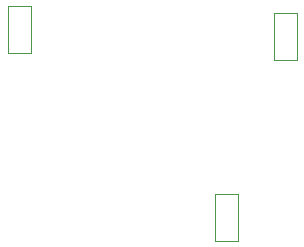
<source format=gko>
G75*
%MOIN*%
%OFA0B0*%
%FSLAX24Y24*%
%IPPOS*%
%LPD*%
%AMOC8*
5,1,8,0,0,1.08239X$1,22.5*
%
%ADD10C,0.0020*%
D10*
X001290Y007553D02*
X002064Y007553D01*
X002064Y009107D01*
X001290Y009107D01*
X001290Y007553D01*
X008203Y002843D02*
X008203Y001290D01*
X008977Y001290D01*
X008977Y002843D01*
X008203Y002843D01*
X010156Y007333D02*
X010930Y007333D01*
X010930Y008887D01*
X010156Y008887D01*
X010156Y007333D01*
M02*

</source>
